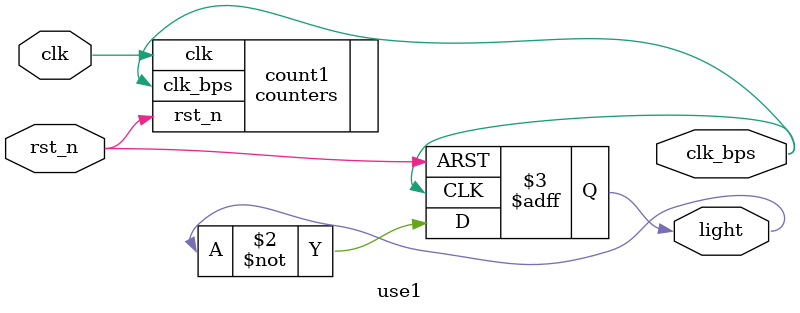
<source format=v>
`timescale 1ns / 1ps

//we need to find the wrong in the afternoon.
module use1(
input clk,rst_n,
output reg light,
output clk_bps
    );
counters count1(.clk(clk),.rst_n(rst_n),.clk_bps(clk_bps));
always @(posedge clk_bps,posedge rst_n)
begin
    if(rst_n)
    light=1'b0;
    else
    light=~light;
end
endmodule

</source>
